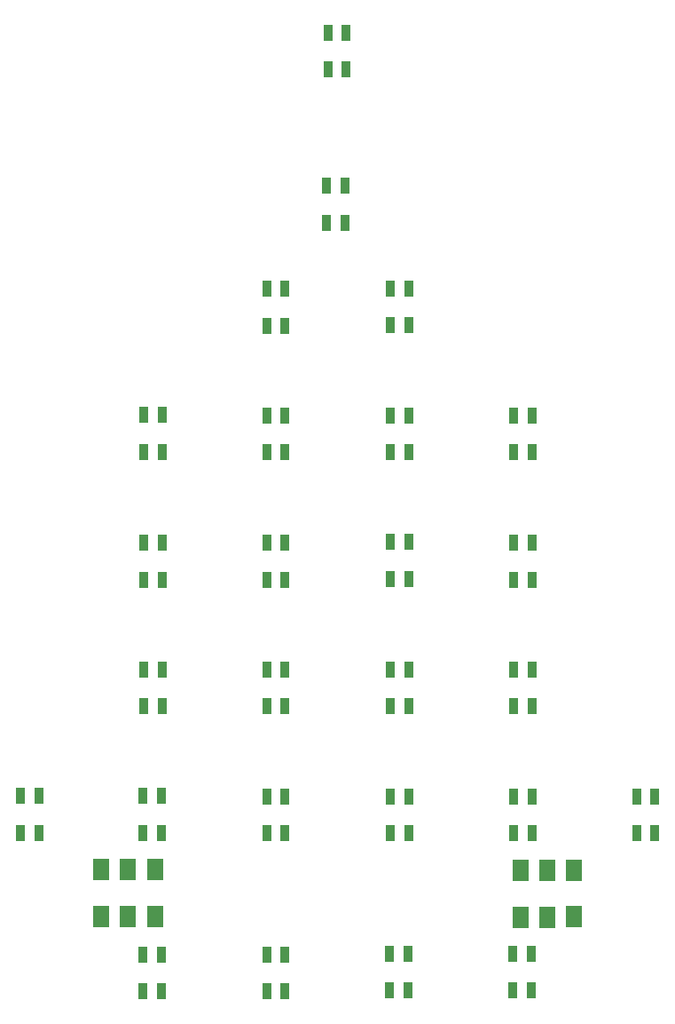
<source format=gbr>
G04 #@! TF.GenerationSoftware,KiCad,Pcbnew,(5.0.0)*
G04 #@! TF.CreationDate,2018-10-18T15:05:02+03:00*
G04 #@! TF.ProjectId,side2star,7369646532737461722E6B696361645F,rev?*
G04 #@! TF.SameCoordinates,Original*
G04 #@! TF.FileFunction,Paste,Bot*
G04 #@! TF.FilePolarity,Positive*
%FSLAX46Y46*%
G04 Gerber Fmt 4.6, Leading zero omitted, Abs format (unit mm)*
G04 Created by KiCad (PCBNEW (5.0.0)) date 10/18/18 15:05:02*
%MOMM*%
%LPD*%
G01*
G04 APERTURE LIST*
%ADD10R,1.600000X2.000000*%
%ADD11R,0.850000X1.600000*%
G04 APERTURE END LIST*
D10*
G04 #@! TO.C,REF\002A\002A*
X117425751Y-117788676D03*
G04 #@! TD*
G04 #@! TO.C,REF\002A\002A*
X117411500Y-113334800D03*
G04 #@! TD*
G04 #@! TO.C,REF\002A\002A*
X119978451Y-117814076D03*
G04 #@! TD*
G04 #@! TO.C,REF\002A\002A*
X119989600Y-113347500D03*
G04 #@! TD*
G04 #@! TO.C,REF\002A\002A*
X122581951Y-117839476D03*
G04 #@! TD*
G04 #@! TO.C,REF\002A\002A*
X122580400Y-113347500D03*
G04 #@! TD*
G04 #@! TO.C,REF\002A\002A*
X162561551Y-117852176D03*
G04 #@! TD*
G04 #@! TO.C,REF\002A\002A*
X160008851Y-117864876D03*
G04 #@! TD*
G04 #@! TO.C,REF\002A\002A*
X157481551Y-117890276D03*
G04 #@! TD*
G04 #@! TO.C,REF\002A\002A*
X162547300Y-113398300D03*
G04 #@! TD*
G04 #@! TO.C,REF\002A\002A*
X157480000Y-113398300D03*
G04 #@! TD*
G04 #@! TO.C,REF\002A\002A*
X160020000Y-113398300D03*
G04 #@! TD*
D11*
G04 #@! TO.C,HL5*
X168543000Y-106390500D03*
X170293000Y-106390500D03*
X168543000Y-109890500D03*
X170293000Y-109890500D03*
G04 #@! TD*
G04 #@! TO.C,HL6*
X158545500Y-109890500D03*
X156795500Y-109890500D03*
X158545500Y-106390500D03*
X156795500Y-106390500D03*
G04 #@! TD*
G04 #@! TO.C,HL7*
X145048000Y-106390500D03*
X146798000Y-106390500D03*
X145048000Y-109890500D03*
X146798000Y-109890500D03*
G04 #@! TD*
G04 #@! TO.C,HL8*
X134987000Y-109890500D03*
X133237000Y-109890500D03*
X134987000Y-106390500D03*
X133237000Y-106390500D03*
G04 #@! TD*
G04 #@! TO.C,HL10*
X111492000Y-109827000D03*
X109742000Y-109827000D03*
X111492000Y-106327000D03*
X109742000Y-106327000D03*
G04 #@! TD*
G04 #@! TO.C,HL11*
X121489500Y-94262000D03*
X123239500Y-94262000D03*
X121489500Y-97762000D03*
X123239500Y-97762000D03*
G04 #@! TD*
G04 #@! TO.C,HL12*
X134987000Y-97762000D03*
X133237000Y-97762000D03*
X134987000Y-94262000D03*
X133237000Y-94262000D03*
G04 #@! TD*
G04 #@! TO.C,HL13*
X145048000Y-94262000D03*
X146798000Y-94262000D03*
X145048000Y-97762000D03*
X146798000Y-97762000D03*
G04 #@! TD*
G04 #@! TO.C,HL14*
X158545500Y-97762000D03*
X156795500Y-97762000D03*
X158545500Y-94262000D03*
X156795500Y-94262000D03*
G04 #@! TD*
G04 #@! TO.C,HL15*
X156795500Y-82197000D03*
X158545500Y-82197000D03*
X156795500Y-85697000D03*
X158545500Y-85697000D03*
G04 #@! TD*
G04 #@! TO.C,HL16*
X146798000Y-85633500D03*
X145048000Y-85633500D03*
X146798000Y-82133500D03*
X145048000Y-82133500D03*
G04 #@! TD*
G04 #@! TO.C,HL17*
X133237000Y-82197000D03*
X134987000Y-82197000D03*
X133237000Y-85697000D03*
X134987000Y-85697000D03*
G04 #@! TD*
G04 #@! TO.C,HL18*
X123239500Y-85697000D03*
X121489500Y-85697000D03*
X123239500Y-82197000D03*
X121489500Y-82197000D03*
G04 #@! TD*
G04 #@! TO.C,HL19*
X123239500Y-73505000D03*
X121489500Y-73505000D03*
X123239500Y-70005000D03*
X121489500Y-70005000D03*
G04 #@! TD*
G04 #@! TO.C,HL20*
X134987000Y-73568500D03*
X133237000Y-73568500D03*
X134987000Y-70068500D03*
X133237000Y-70068500D03*
G04 #@! TD*
G04 #@! TO.C,HL21*
X145048000Y-70068500D03*
X146798000Y-70068500D03*
X145048000Y-73568500D03*
X146798000Y-73568500D03*
G04 #@! TD*
G04 #@! TO.C,HL22*
X158545500Y-73568500D03*
X156795500Y-73568500D03*
X158545500Y-70068500D03*
X156795500Y-70068500D03*
G04 #@! TD*
G04 #@! TO.C,HL23*
X145048000Y-57940000D03*
X146798000Y-57940000D03*
X145048000Y-61440000D03*
X146798000Y-61440000D03*
G04 #@! TD*
G04 #@! TO.C,HL24*
X134987000Y-61503500D03*
X133237000Y-61503500D03*
X134987000Y-58003500D03*
X133237000Y-58003500D03*
G04 #@! TD*
G04 #@! TO.C,HL1*
X121426000Y-121440000D03*
X123176000Y-121440000D03*
X121426000Y-124940000D03*
X123176000Y-124940000D03*
G04 #@! TD*
G04 #@! TO.C,HL2*
X134987000Y-124940000D03*
X133237000Y-124940000D03*
X134987000Y-121440000D03*
X133237000Y-121440000D03*
G04 #@! TD*
G04 #@! TO.C,HL3*
X144984500Y-121376500D03*
X146734500Y-121376500D03*
X144984500Y-124876500D03*
X146734500Y-124876500D03*
G04 #@! TD*
G04 #@! TO.C,HL4*
X158482000Y-124876500D03*
X156732000Y-124876500D03*
X158482000Y-121376500D03*
X156732000Y-121376500D03*
G04 #@! TD*
G04 #@! TO.C,HL25*
X140702000Y-51661000D03*
X138952000Y-51661000D03*
X140702000Y-48161000D03*
X138952000Y-48161000D03*
G04 #@! TD*
G04 #@! TO.C,HL26*
X140829000Y-37056000D03*
X139079000Y-37056000D03*
X140829000Y-33556000D03*
X139079000Y-33556000D03*
G04 #@! TD*
G04 #@! TO.C,HL9*
X123176000Y-109827000D03*
X121426000Y-109827000D03*
X123176000Y-106327000D03*
X121426000Y-106327000D03*
G04 #@! TD*
M02*

</source>
